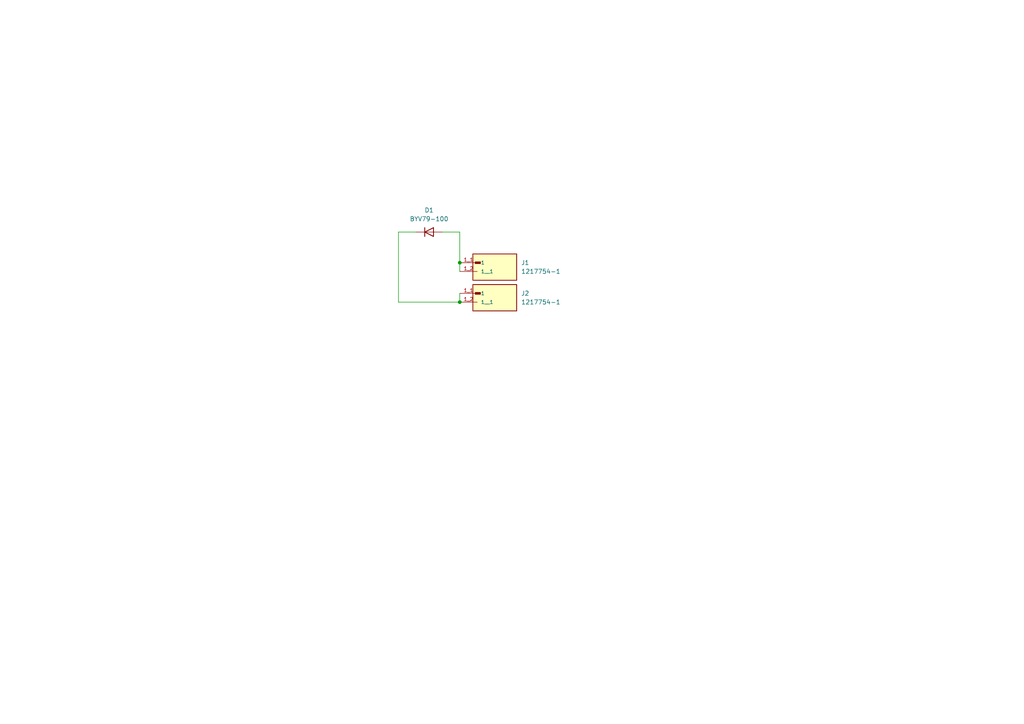
<source format=kicad_sch>
(kicad_sch (version 20250114) (generator "eeschema") (generator_version "9.0")
  (paper "A4")
  (lib_symbols
    (symbol "Diode:BYV79-100" (pin_numbers (hide yes)) (pin_names (hide yes))
      (property "Reference" "D" (at 0 2.54 0))
      (property "Value" "BYV79-100" (at 0 -2.54 0))
      (symbol "BYV79-100_0_1"
        (polyline (pts (xy -1.27 1.27) (xy -1.27 -1.27)) (stroke (width 0.254)))
        (polyline (pts (xy 1.27 1.27) (xy 1.27 -1.27) (xy -1.27 0) (xy 1.27 1.27)) (stroke (width 0.254)))
        (polyline (pts (xy 1.27 0) (xy -1.27 0)))
      )
      (symbol "BYV79-100_1_1"
        (pin passive line (at -3.81 0 0) (length 2.54) (name "K") (number "1"))
        (pin passive line (at 3.81 0 180) (length 2.54) (name "A") (number "2"))
      )
    )
    (symbol "aspade:1217754-1" (pin_names (offset 1.016))
      (property "Reference" "J" (at -5.08 5.08 0))
      (property "Value" "1217754-1" (at -5.08 -7.62 0))
      (symbol "1217754-1_0_0"
        (rectangle (start -6.35 -5.08) (end 6.35 2.54) (stroke (width 0.254)) (fill (type background)))
        (rectangle (start -5.715 -0.3175) (end -4.1275 0.3175) (stroke (width 0.1)) (fill (type outline)))
        (pin passive line (at -10.16 0 0) (length 5.08) (name "1") (number "1_1"))
        (pin passive line (at -10.16 -2.54 0) (length 5.08) (name "1__1") (number "1_2"))
      )
    )
  )
  (junction (at 133.35 76.2))
  (junction (at 133.35 87.63))
  (wire (pts (xy 133.35 85.09) (xy 133.35 87.63)))
  (wire (pts (xy 133.35 67.31) (xy 133.35 76.2)))
  (wire (pts (xy 120.65 67.31) (xy 115.57 67.31)))
  (wire (pts (xy 133.35 76.2) (xy 133.35 78.74)))
  (wire (pts (xy 115.57 67.31) (xy 115.57 87.63)))
  (wire (pts (xy 128.27 67.31) (xy 133.35 67.31)))
  (wire (pts (xy 115.57 87.63) (xy 133.35 87.63)))
  (symbol (lib_id "aspade:1217754-1") (at 143.51 85.09 0) (unit 1)
    (property "Reference" "J2" (at 151.13 85.0899 0) (effects (justify left)))
    (property "Value" "1217754-1" (at 151.13 87.6299 0) (effects (justify left)))
    (property "Footprint" "asign:TE_1217754-1" (effects (hide yes)))
    (property "PARTREV" "D1" (effects (hide yes)))
    (property "STANDARD" "Manufacturer Recommendations" (effects (hide yes)))
    (property "MAXIMUM_PACKAGE_HEIGHT" "8.89mm" (effects (hide yes)))
    (property "MANUFACTURER" "TE Connectivity" (effects (hide yes)))
  )
  (symbol (lib_id "Diode:BYV79-100") (at 124.46 67.31 0) (unit 1)
    (property "Reference" "D1" (at 124.46 60.96 0))
    (property "Value" "BYV79-100" (at 124.46 63.5 0))
    (property "Footprint" "Package_TO_SOT_THT:TO-220-2_Vertical" (effects (hide yes)))
    (property "Datasheet" "http://pdf.datasheetcatalog.com/datasheet/philips/BYV79-100.pdf" (effects (hide yes)))
    (property "Description" "100V 14A Ultrafast Rectifier Diode, TO-220" (effects (hide yes)))
    (property "Sim.Device" "D" (effects (hide yes)))
    (property "Sim.Pins" "1=K 2=A" (effects (hide yes)))
  )
  (symbol (lib_id "aspade:1217754-1") (at 143.51 76.2 0) (unit 1)
    (property "Reference" "J1" (at 151.13 76.1999 0) (effects (justify left)))
    (property "Value" "1217754-1" (at 151.13 78.7399 0) (effects (justify left)))
    (property "Footprint" "asign:TE_1217754-1" (effects (hide yes)))
    (property "PARTREV" "D1" (effects (hide yes)))
    (property "STANDARD" "Manufacturer Recommendations" (effects (hide yes)))
    (property "MAXIMUM_PACKAGE_HEIGHT" "8.89mm" (effects (hide yes)))
    (property "MANUFACTURER" "TE Connectivity" (effects (hide yes)))
  )
)
</source>
